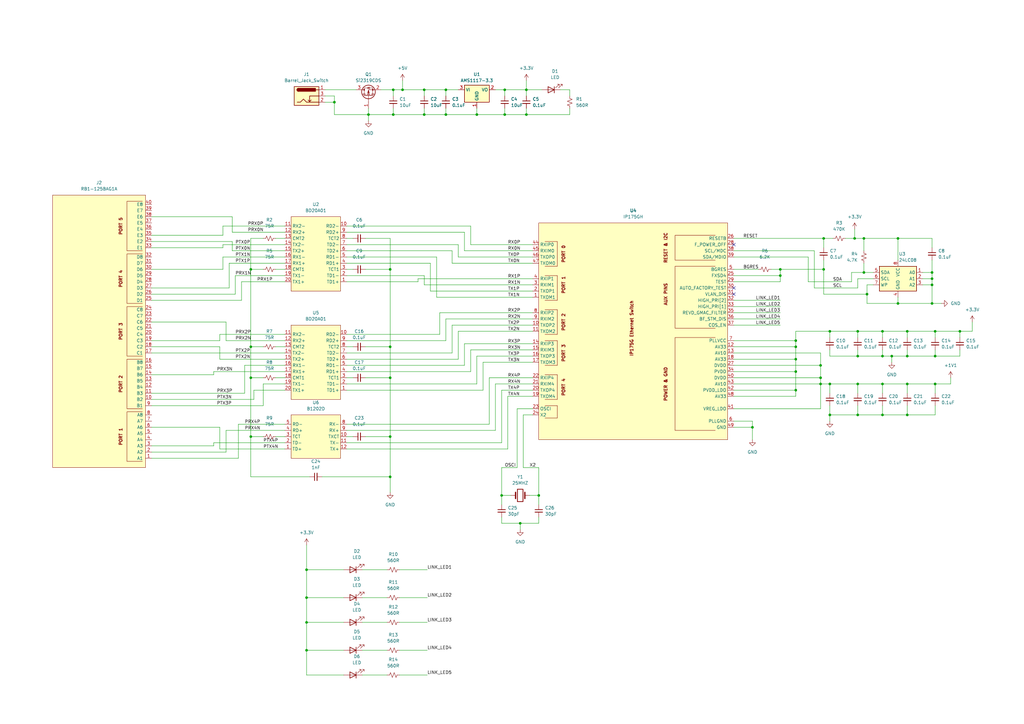
<source format=kicad_sch>
(kicad_sch (version 20230121) (generator eeschema)
  (paper "A3")
  (title_block (title "Five Port Ethernet") (date "2023-10-17") (rev "V1.0") (company "DOTKATO"))
  (junction (at 351.79 146.05))
  (junction (at 165.1 36.83))
  (junction (at 182.88 36.83))
  (junction (at 151.13 46.99))
  (junction (at 368.3 97.79))
  (junction (at 320.04 113.03))
  (junction (at 207.01 36.83))
  (junction (at 102.87 154.94))
  (junction (at 336.55 157.48))
  (junction (at 383.54 157.48))
  (junction (at 161.29 46.99))
  (junction (at 160.02 110.49))
  (junction (at 393.7 135.89))
  (junction (at 361.95 135.89))
  (junction (at 205.74 203.2))
  (junction (at 372.11 146.05))
  (junction (at 372.11 135.89))
  (junction (at 382.27 116.84))
  (junction (at 173.99 46.99))
  (junction (at 326.39 139.7))
  (junction (at 351.79 135.89))
  (junction (at 195.58 46.99))
  (junction (at 160.02 179.07))
  (junction (at 382.27 114.3))
  (junction (at 372.11 170.18))
  (junction (at 215.9 46.99))
  (junction (at 383.54 135.89))
  (junction (at 337.82 97.79))
  (junction (at 220.98 203.2))
  (junction (at 351.79 157.48))
  (junction (at 361.95 146.05))
  (junction (at 160.02 142.24))
  (junction (at 213.36 214.63))
  (junction (at 365.76 146.05))
  (junction (at 102.87 142.24))
  (junction (at 354.33 97.79))
  (junction (at 125.73 245.11))
  (junction (at 340.36 170.18))
  (junction (at 160.02 195.58))
  (junction (at 372.11 157.48))
  (junction (at 161.29 36.83))
  (junction (at 355.6 120.65))
  (junction (at 125.73 233.68))
  (junction (at 326.39 160.02))
  (junction (at 125.73 266.7))
  (junction (at 215.9 36.83))
  (junction (at 320.04 110.49))
  (junction (at 382.27 111.76))
  (junction (at 361.95 170.18))
  (junction (at 102.87 110.49))
  (junction (at 102.87 179.07))
  (junction (at 382.27 124.46))
  (junction (at 368.3 124.46))
  (junction (at 326.39 142.24))
  (junction (at 350.52 97.79))
  (junction (at 336.55 149.86))
  (junction (at 340.36 135.89))
  (junction (at 337.82 110.49))
  (junction (at 207.01 46.99))
  (junction (at 326.39 147.32))
  (junction (at 182.88 46.99))
  (junction (at 160.02 154.94))
  (junction (at 351.79 170.18))
  (junction (at 354.33 111.76))
  (junction (at 308.61 175.26))
  (junction (at 383.54 146.05))
  (junction (at 137.16 41.91))
  (junction (at 340.36 157.48))
  (junction (at 361.95 157.48))
  (junction (at 173.99 36.83))
  (junction (at 125.73 255.27))
  (junction (at 326.39 152.4))
  (junction (at 336.55 154.94))
  (no_connect (at 300.99 120.65))
  (no_connect (at 300.99 100.33))
  (no_connect (at 300.99 118.11))
  (wire (pts (xy 95.25 102.87) (xy 116.84 102.87)))
  (wire (pts (xy 149.86 97.79) (xy 160.02 97.79)))
  (wire (pts (xy 116.84 149.86) (xy 100.33 149.86)))
  (wire (pts (xy 163.83 255.27) (xy 175.26 255.27)))
  (wire (pts (xy 382.27 124.46) (xy 386.08 124.46)))
  (wire (pts (xy 116.84 115.57) (xy 99.06 115.57)))
  (wire (pts (xy 62.23 120.65) (xy 96.52 120.65)))
  (wire (pts (xy 205.74 160.02) (xy 218.44 160.02)))
  (wire (pts (xy 368.3 106.68) (xy 368.3 97.79)))
  (wire (pts (xy 355.6 120.65) (xy 355.6 124.46)))
  (wire (pts (xy 125.73 255.27) (xy 125.73 266.7)))
  (wire (pts (xy 148.59 245.11) (xy 158.75 245.11)))
  (wire (pts (xy 102.87 142.24) (xy 102.87 154.94)))
  (wire (pts (xy 205.74 214.63) (xy 213.36 214.63)))
  (wire (pts (xy 383.54 157.48) (xy 389.89 157.48)))
  (wire (pts (xy 393.7 135.89) (xy 393.7 138.43)))
  (wire (pts (xy 165.1 33.02) (xy 165.1 36.83)))
  (wire (pts (xy 149.86 142.24) (xy 160.02 142.24)))
  (wire (pts (xy 171.45 114.3) (xy 171.45 115.57)))
  (wire (pts (xy 334.01 118.11) (xy 334.01 102.87)))
  (wire (pts (xy 368.3 124.46) (xy 382.27 124.46)))
  (wire (pts (xy 340.36 135.89) (xy 351.79 135.89)))
  (wire (pts (xy 215.9 36.83) (xy 215.9 39.37)))
  (wire (pts (xy 389.89 154.94) (xy 389.89 157.48)))
  (wire (pts (xy 62.23 88.9) (xy 95.25 88.9)))
  (wire (pts (xy 207.01 36.83) (xy 207.01 39.37)))
  (wire (pts (xy 125.73 266.7) (xy 125.73 276.86)))
  (wire (pts (xy 218.44 170.18) (xy 214.63 170.18)))
  (wire (pts (xy 207.01 44.45) (xy 207.01 46.99)))
  (wire (pts (xy 142.24 179.07) (xy 144.78 179.07)))
  (wire (pts (xy 372.11 135.89) (xy 383.54 135.89)))
  (wire (pts (xy 365.76 146.05) (xy 361.95 146.05)))
  (wire (pts (xy 125.73 223.52) (xy 125.73 233.68)))
  (wire (pts (xy 340.36 146.05) (xy 340.36 143.51)))
  (wire (pts (xy 382.27 97.79) (xy 368.3 97.79)))
  (wire (pts (xy 62.23 144.78) (xy 116.84 144.78)))
  (wire (pts (xy 300.99 130.81) (xy 320.04 130.81)))
  (wire (pts (xy 95.25 99.06) (xy 95.25 102.87)))
  (wire (pts (xy 326.39 160.02) (xy 326.39 162.56)))
  (wire (pts (xy 218.44 135.89) (xy 187.96 135.89)))
  (wire (pts (xy 116.84 92.71) (xy 91.44 92.71)))
  (wire (pts (xy 300.99 113.03) (xy 320.04 113.03)))
  (wire (pts (xy 156.21 36.83) (xy 161.29 36.83)))
  (wire (pts (xy 351.79 157.48) (xy 361.95 157.48)))
  (wire (pts (xy 102.87 154.94) (xy 102.87 179.07)))
  (wire (pts (xy 125.73 266.7) (xy 140.97 266.7)))
  (wire (pts (xy 62.23 118.11) (xy 93.98 118.11)))
  (wire (pts (xy 220.98 191.77) (xy 220.98 203.2)))
  (wire (pts (xy 187.96 135.89) (xy 187.96 147.32)))
  (wire (pts (xy 125.73 276.86) (xy 140.97 276.86)))
  (wire (pts (xy 383.54 157.48) (xy 383.54 161.29)))
  (wire (pts (xy 326.39 139.7) (xy 326.39 142.24)))
  (wire (pts (xy 372.11 166.37) (xy 372.11 170.18)))
  (wire (pts (xy 99.06 115.57) (xy 99.06 123.19)))
  (wire (pts (xy 165.1 36.83) (xy 161.29 36.83)))
  (wire (pts (xy 182.88 139.7) (xy 142.24 139.7)))
  (wire (pts (xy 351.79 135.89) (xy 361.95 135.89)))
  (wire (pts (xy 107.95 157.48) (xy 107.95 166.37)))
  (wire (pts (xy 358.14 114.3) (xy 351.79 114.3)))
  (wire (pts (xy 113.03 97.79) (xy 116.84 97.79)))
  (wire (pts (xy 382.27 97.79) (xy 382.27 101.6)))
  (wire (pts (xy 185.42 144.78) (xy 142.24 144.78)))
  (wire (pts (xy 190.5 149.86) (xy 142.24 149.86)))
  (wire (pts (xy 90.17 137.16) (xy 90.17 139.7)))
  (wire (pts (xy 351.79 135.89) (xy 351.79 138.43)))
  (wire (pts (xy 116.84 107.95) (xy 93.98 107.95)))
  (wire (pts (xy 308.61 172.72) (xy 308.61 175.26)))
  (wire (pts (xy 218.44 167.64) (xy 212.09 167.64)))
  (wire (pts (xy 149.86 179.07) (xy 160.02 179.07)))
  (wire (pts (xy 355.6 116.84) (xy 355.6 120.65)))
  (wire (pts (xy 160.02 179.07) (xy 160.02 195.58)))
  (wire (pts (xy 182.88 46.99) (xy 173.99 46.99)))
  (wire (pts (xy 382.27 106.68) (xy 382.27 111.76)))
  (wire (pts (xy 137.16 46.99) (xy 151.13 46.99)))
  (wire (pts (xy 185.42 102.87) (xy 142.24 102.87)))
  (wire (pts (xy 187.96 105.41) (xy 187.96 100.33)))
  (wire (pts (xy 97.79 187.96) (xy 62.23 187.96)))
  (wire (pts (xy 316.23 110.49) (xy 320.04 110.49)))
  (wire (pts (xy 218.44 100.33) (xy 193.04 100.33)))
  (wire (pts (xy 116.84 184.15) (xy 90.17 184.15)))
  (wire (pts (xy 97.79 173.99) (xy 97.79 187.96)))
  (wire (pts (xy 358.14 111.76) (xy 354.33 111.76)))
  (wire (pts (xy 340.36 170.18) (xy 340.36 166.37)))
  (wire (pts (xy 351.79 118.11) (xy 334.01 118.11)))
  (wire (pts (xy 133.35 39.37) (xy 137.16 39.37)))
  (wire (pts (xy 90.17 142.24) (xy 62.23 142.24)))
  (wire (pts (xy 62.23 101.6) (xy 91.44 101.6)))
  (wire (pts (xy 215.9 46.99) (xy 207.01 46.99)))
  (wire (pts (xy 208.28 184.15) (xy 142.24 184.15)))
  (wire (pts (xy 220.98 214.63) (xy 220.98 212.09)))
  (wire (pts (xy 346.71 97.79) (xy 350.52 97.79)))
  (wire (pts (xy 148.59 266.7) (xy 158.75 266.7)))
  (wire (pts (xy 340.36 157.48) (xy 340.36 161.29)))
  (wire (pts (xy 300.99 152.4) (xy 326.39 152.4)))
  (wire (pts (xy 351.79 146.05) (xy 340.36 146.05)))
  (wire (pts (xy 137.16 39.37) (xy 137.16 41.91)))
  (wire (pts (xy 133.35 36.83) (xy 146.05 36.83)))
  (wire (pts (xy 233.68 46.99) (xy 215.9 46.99)))
  (wire (pts (xy 180.34 128.27) (xy 180.34 137.16)))
  (wire (pts (xy 336.55 157.48) (xy 336.55 154.94)))
  (wire (pts (xy 102.87 179.07) (xy 107.95 179.07)))
  (wire (pts (xy 151.13 46.99) (xy 151.13 44.45)))
  (wire (pts (xy 215.9 44.45) (xy 215.9 46.99)))
  (wire (pts (xy 173.99 46.99) (xy 161.29 46.99)))
  (wire (pts (xy 383.54 166.37) (xy 383.54 170.18)))
  (wire (pts (xy 218.44 140.97) (xy 190.5 140.97)))
  (wire (pts (xy 62.23 99.06) (xy 95.25 99.06)))
  (wire (pts (xy 205.74 181.61) (xy 205.74 160.02)))
  (wire (pts (xy 116.84 157.48) (xy 107.95 157.48)))
  (wire (pts (xy 182.88 36.83) (xy 182.88 39.37)))
  (wire (pts (xy 198.12 148.59) (xy 218.44 148.59)))
  (wire (pts (xy 213.36 214.63) (xy 220.98 214.63)))
  (wire (pts (xy 137.16 41.91) (xy 137.16 46.99)))
  (wire (pts (xy 185.42 133.35) (xy 185.42 144.78)))
  (wire (pts (xy 215.9 33.02) (xy 215.9 36.83)))
  (wire (pts (xy 365.76 146.05) (xy 365.76 148.59)))
  (wire (pts (xy 116.84 95.25) (xy 95.25 95.25)))
  (wire (pts (xy 326.39 147.32) (xy 326.39 152.4)))
  (wire (pts (xy 102.87 110.49) (xy 102.87 142.24)))
  (wire (pts (xy 171.45 114.3) (xy 218.44 114.3)))
  (wire (pts (xy 208.28 162.56) (xy 208.28 184.15)))
  (wire (pts (xy 300.99 128.27) (xy 320.04 128.27)))
  (wire (pts (xy 91.44 96.52) (xy 62.23 96.52)))
  (wire (pts (xy 382.27 124.46) (xy 382.27 116.84)))
  (wire (pts (xy 217.17 203.2) (xy 220.98 203.2)))
  (wire (pts (xy 200.66 173.99) (xy 142.24 173.99)))
  (wire (pts (xy 215.9 36.83) (xy 222.25 36.83)))
  (wire (pts (xy 214.63 170.18) (xy 214.63 191.77)))
  (wire (pts (xy 173.99 113.03) (xy 142.24 113.03)))
  (wire (pts (xy 127 195.58) (xy 102.87 195.58)))
  (wire (pts (xy 361.95 170.18) (xy 351.79 170.18)))
  (wire (pts (xy 212.09 167.64) (xy 212.09 191.77)))
  (wire (pts (xy 125.73 255.27) (xy 140.97 255.27)))
  (wire (pts (xy 92.71 185.42) (xy 62.23 185.42)))
  (wire (pts (xy 160.02 97.79) (xy 160.02 110.49)))
  (wire (pts (xy 300.99 102.87) (xy 334.01 102.87)))
  (wire (pts (xy 300.99 160.02) (xy 326.39 160.02)))
  (wire (pts (xy 372.11 157.48) (xy 383.54 157.48)))
  (wire (pts (xy 92.71 176.53) (xy 92.71 185.42)))
  (wire (pts (xy 179.07 105.41) (xy 179.07 121.92)))
  (wire (pts (xy 193.04 92.71) (xy 142.24 92.71)))
  (wire (pts (xy 354.33 107.95) (xy 354.33 111.76)))
  (wire (pts (xy 331.47 115.57) (xy 331.47 105.41)))
  (wire (pts (xy 355.6 124.46) (xy 368.3 124.46)))
  (wire (pts (xy 104.14 163.83) (xy 62.23 163.83)))
  (wire (pts (xy 393.7 135.89) (xy 398.78 135.89)))
  (wire (pts (xy 182.88 36.83) (xy 187.96 36.83)))
  (wire (pts (xy 349.25 115.57) (xy 331.47 115.57)))
  (wire (pts (xy 233.68 44.45) (xy 233.68 46.99)))
  (wire (pts (xy 336.55 144.78) (xy 300.99 144.78)))
  (wire (pts (xy 193.04 143.51) (xy 193.04 152.4)))
  (wire (pts (xy 340.36 170.18) (xy 340.36 172.72)))
  (wire (pts (xy 102.87 195.58) (xy 102.87 179.07)))
  (wire (pts (xy 187.96 100.33) (xy 142.24 100.33)))
  (wire (pts (xy 93.98 107.95) (xy 93.98 118.11)))
  (wire (pts (xy 300.99 123.19) (xy 320.04 123.19)))
  (wire (pts (xy 207.01 36.83) (xy 215.9 36.83)))
  (wire (pts (xy 87.63 152.4) (xy 87.63 153.67)))
  (wire (pts (xy 163.83 245.11) (xy 175.26 245.11)))
  (wire (pts (xy 340.36 135.89) (xy 340.36 138.43)))
  (wire (pts (xy 383.54 135.89) (xy 393.7 135.89)))
  (wire (pts (xy 361.95 135.89) (xy 372.11 135.89)))
  (wire (pts (xy 100.33 149.86) (xy 100.33 161.29)))
  (wire (pts (xy 340.36 157.48) (xy 351.79 157.48)))
  (wire (pts (xy 116.84 113.03) (xy 96.52 113.03)))
  (wire (pts (xy 372.11 146.05) (xy 365.76 146.05)))
  (wire (pts (xy 218.44 128.27) (xy 180.34 128.27)))
  (wire (pts (xy 337.82 120.65) (xy 355.6 120.65)))
  (wire (pts (xy 142.24 160.02) (xy 198.12 160.02)))
  (wire (pts (xy 212.09 191.77) (xy 205.74 191.77)))
  (wire (pts (xy 193.04 152.4) (xy 142.24 152.4)))
  (wire (pts (xy 195.58 146.05) (xy 195.58 157.48)))
  (wire (pts (xy 351.79 170.18) (xy 340.36 170.18)))
  (wire (pts (xy 203.2 36.83) (xy 207.01 36.83)))
  (wire (pts (xy 176.53 119.38) (xy 218.44 119.38)))
  (wire (pts (xy 337.82 97.79) (xy 341.63 97.79)))
  (wire (pts (xy 218.44 154.94) (xy 200.66 154.94)))
  (wire (pts (xy 383.54 135.89) (xy 383.54 138.43)))
  (wire (pts (xy 300.99 97.79) (xy 337.82 97.79)))
  (wire (pts (xy 383.54 170.18) (xy 372.11 170.18)))
  (wire (pts (xy 350.52 97.79) (xy 350.52 93.98)))
  (wire (pts (xy 187.96 105.41) (xy 218.44 105.41)))
  (wire (pts (xy 116.84 100.33) (xy 91.44 100.33)))
  (wire (pts (xy 361.95 135.89) (xy 361.95 138.43)))
  (wire (pts (xy 361.95 143.51) (xy 361.95 146.05)))
  (wire (pts (xy 87.63 153.67) (xy 62.23 153.67)))
  (wire (pts (xy 205.74 207.01) (xy 205.74 203.2)))
  (wire (pts (xy 142.24 142.24) (xy 144.78 142.24)))
  (wire (pts (xy 336.55 167.64) (xy 336.55 157.48)))
  (wire (pts (xy 300.99 125.73) (xy 320.04 125.73)))
  (wire (pts (xy 176.53 107.95) (xy 142.24 107.95)))
  (wire (pts (xy 125.73 245.11) (xy 125.73 255.27)))
  (wire (pts (xy 91.44 92.71) (xy 91.44 96.52)))
  (wire (pts (xy 190.5 140.97) (xy 190.5 149.86)))
  (wire (pts (xy 173.99 36.83) (xy 173.99 39.37)))
  (wire (pts (xy 372.11 143.51) (xy 372.11 146.05)))
  (wire (pts (xy 300.99 110.49) (xy 311.15 110.49)))
  (wire (pts (xy 142.24 97.79) (xy 144.78 97.79)))
  (wire (pts (xy 107.95 97.79) (xy 102.87 97.79)))
  (wire (pts (xy 326.39 135.89) (xy 326.39 139.7)))
  (wire (pts (xy 142.24 115.57) (xy 171.45 115.57)))
  (wire (pts (xy 92.71 139.7) (xy 92.71 132.08)))
  (wire (pts (xy 163.83 266.7) (xy 175.26 266.7)))
  (wire (pts (xy 176.53 119.38) (xy 176.53 107.95)))
  (wire (pts (xy 326.39 142.24) (xy 326.39 147.32)))
  (wire (pts (xy 173.99 116.84) (xy 218.44 116.84)))
  (wire (pts (xy 91.44 105.41) (xy 91.44 110.49)))
  (wire (pts (xy 195.58 46.99) (xy 182.88 46.99)))
  (wire (pts (xy 320.04 110.49) (xy 337.82 110.49)))
  (wire (pts (xy 378.46 114.3) (xy 382.27 114.3)))
  (wire (pts (xy 151.13 46.99) (xy 151.13 49.53)))
  (wire (pts (xy 142.24 176.53) (xy 203.2 176.53)))
  (wire (pts (xy 116.84 105.41) (xy 91.44 105.41)))
  (wire (pts (xy 326.39 135.89) (xy 340.36 135.89)))
  (wire (pts (xy 148.59 276.86) (xy 158.75 276.86)))
  (wire (pts (xy 213.36 214.63) (xy 213.36 217.17)))
  (wire (pts (xy 179.07 121.92) (xy 218.44 121.92)))
  (wire (pts (xy 102.87 142.24) (xy 107.95 142.24)))
  (wire (pts (xy 116.84 147.32) (xy 90.17 147.32)))
  (wire (pts (xy 207.01 46.99) (xy 195.58 46.99)))
  (wire (pts (xy 351.79 157.48) (xy 351.79 161.29)))
  (wire (pts (xy 300.99 105.41) (xy 331.47 105.41)))
  (wire (pts (xy 102.87 154.94) (xy 107.95 154.94)))
  (wire (pts (xy 218.44 102.87) (xy 190.5 102.87)))
  (wire (pts (xy 182.88 130.81) (xy 182.88 139.7)))
  (wire (pts (xy 148.59 255.27) (xy 158.75 255.27)))
  (wire (pts (xy 300.99 142.24) (xy 326.39 142.24)))
  (wire (pts (xy 336.55 154.94) (xy 336.55 149.86)))
  (wire (pts (xy 193.04 100.33) (xy 193.04 92.71)))
  (wire (pts (xy 354.33 97.79) (xy 368.3 97.79)))
  (wire (pts (xy 87.63 181.61) (xy 87.63 182.88)))
  (wire (pts (xy 368.3 121.92) (xy 368.3 124.46)))
  (wire (pts (xy 218.44 162.56) (xy 208.28 162.56)))
  (wire (pts (xy 185.42 107.95) (xy 185.42 102.87)))
  (wire (pts (xy 142.24 181.61) (xy 205.74 181.61)))
  (wire (pts (xy 300.99 175.26) (xy 308.61 175.26)))
  (wire (pts (xy 125.73 245.11) (xy 140.97 245.11)))
  (wire (pts (xy 142.24 110.49) (xy 144.78 110.49)))
  (wire (pts (xy 148.59 233.68) (xy 158.75 233.68)))
  (wire (pts (xy 351.79 166.37) (xy 351.79 170.18)))
  (wire (pts (xy 90.17 137.16) (xy 116.84 137.16)))
  (wire (pts (xy 383.54 143.51) (xy 383.54 146.05)))
  (wire (pts (xy 142.24 105.41) (xy 179.07 105.41)))
  (wire (pts (xy 195.58 157.48) (xy 142.24 157.48)))
  (wire (pts (xy 90.17 139.7) (xy 62.23 139.7)))
  (wire (pts (xy 173.99 116.84) (xy 173.99 113.03)))
  (wire (pts (xy 233.68 36.83) (xy 233.68 39.37)))
  (wire (pts (xy 382.27 111.76) (xy 378.46 111.76)))
  (wire (pts (xy 142.24 154.94) (xy 144.78 154.94)))
  (wire (pts (xy 62.23 123.19) (xy 99.06 123.19)))
  (wire (pts (xy 361.95 166.37) (xy 361.95 170.18)))
  (wire (pts (xy 300.99 133.35) (xy 320.04 133.35)))
  (wire (pts (xy 102.87 97.79) (xy 102.87 110.49)))
  (wire (pts (xy 351.79 143.51) (xy 351.79 146.05)))
  (wire (pts (xy 113.03 179.07) (xy 116.84 179.07)))
  (wire (pts (xy 125.73 233.68) (xy 125.73 245.11)))
  (wire (pts (xy 92.71 139.7) (xy 116.84 139.7)))
  (wire (pts (xy 300.99 149.86) (xy 336.55 149.86)))
  (wire (pts (xy 92.71 132.08) (xy 62.23 132.08)))
  (wire (pts (xy 354.33 111.76) (xy 349.25 111.76)))
  (wire (pts (xy 218.44 146.05) (xy 195.58 146.05)))
  (wire (pts (xy 107.95 166.37) (xy 62.23 166.37)))
  (wire (pts (xy 382.27 114.3) (xy 382.27 111.76)))
  (wire (pts (xy 96.52 113.03) (xy 96.52 120.65)))
  (wire (pts (xy 90.17 184.15) (xy 90.17 175.26)))
  (wire (pts (xy 149.86 110.49) (xy 160.02 110.49)))
  (wire (pts (xy 300.99 139.7) (xy 326.39 139.7)))
  (wire (pts (xy 218.44 130.81) (xy 182.88 130.81)))
  (wire (pts (xy 62.23 110.49) (xy 91.44 110.49)))
  (wire (pts (xy 300.99 167.64) (xy 336.55 167.64)))
  (wire (pts (xy 161.29 36.83) (xy 161.29 39.37)))
  (wire (pts (xy 133.35 41.91) (xy 137.16 41.91)))
  (wire (pts (xy 190.5 95.25) (xy 142.24 95.25)))
  (wire (pts (xy 125.73 233.68) (xy 140.97 233.68)))
  (wire (pts (xy 218.44 133.35) (xy 185.42 133.35)))
  (wire (pts (xy 87.63 182.88) (xy 62.23 182.88)))
  (wire (pts (xy 326.39 162.56) (xy 300.99 162.56)))
  (wire (pts (xy 190.5 102.87) (xy 190.5 95.25)))
  (wire (pts (xy 187.96 147.32) (xy 142.24 147.32)))
  (wire (pts (xy 116.84 176.53) (xy 92.71 176.53)))
  (wire (pts (xy 113.03 154.94) (xy 116.84 154.94)))
  (wire (pts (xy 308.61 175.26) (xy 308.61 180.34)))
  (wire (pts (xy 100.33 161.29) (xy 62.23 161.29)))
  (wire (pts (xy 116.84 181.61) (xy 87.63 181.61)))
  (wire (pts (xy 160.02 142.24) (xy 160.02 154.94)))
  (wire (pts (xy 205.74 203.2) (xy 209.55 203.2)))
  (wire (pts (xy 361.95 146.05) (xy 351.79 146.05)))
  (wire (pts (xy 361.95 157.48) (xy 361.95 161.29)))
  (wire (pts (xy 378.46 116.84) (xy 382.27 116.84)))
  (wire (pts (xy 203.2 176.53) (xy 203.2 157.48)))
  (wire (pts (xy 95.25 95.25) (xy 95.25 88.9)))
  (wire (pts (xy 104.14 160.02) (xy 104.14 163.83)))
  (wire (pts (xy 163.83 276.86) (xy 175.26 276.86)))
  (wire (pts (xy 163.83 233.68) (xy 175.26 233.68)))
  (wire (pts (xy 160.02 154.94) (xy 160.02 179.07)))
  (wire (pts (xy 320.04 113.03) (xy 320.04 110.49)))
  (wire (pts (xy 382.27 116.84) (xy 382.27 114.3)))
  (wire (pts (xy 90.17 147.32) (xy 90.17 142.24)))
  (wire (pts (xy 198.12 160.02) (xy 198.12 148.59)))
  (wire (pts (xy 203.2 157.48) (xy 218.44 157.48)))
  (wire (pts (xy 205.74 212.09) (xy 205.74 214.63)))
  (wire (pts (xy 160.02 110.49) (xy 160.02 142.24)))
  (wire (pts (xy 161.29 46.99) (xy 151.13 46.99)))
  (wire (pts (xy 393.7 146.05) (xy 383.54 146.05)))
  (wire (pts (xy 326.39 152.4) (xy 326.39 160.02)))
  (wire (pts (xy 337.82 106.68) (xy 337.82 110.49)))
  (wire (pts (xy 372.11 170.18) (xy 361.95 170.18)))
  (wire (pts (xy 149.86 154.94) (xy 160.02 154.94)))
  (wire (pts (xy 116.84 152.4) (xy 87.63 152.4)))
  (wire (pts (xy 393.7 143.51) (xy 393.7 146.05)))
  (wire (pts (xy 300.99 154.94) (xy 336.55 154.94)))
  (wire (pts (xy 336.55 157.48) (xy 340.36 157.48)))
  (wire (pts (xy 349.25 111.76) (xy 349.25 115.57)))
  (wire (pts (xy 173.99 36.83) (xy 182.88 36.83)))
  (wire (pts (xy 229.87 36.83) (xy 233.68 36.83)))
  (wire (pts (xy 383.54 146.05) (xy 372.11 146.05)))
  (wire (pts (xy 102.87 110.49) (xy 107.95 110.49)))
  (wire (pts (xy 113.03 110.49) (xy 116.84 110.49)))
  (wire (pts (xy 160.02 195.58) (xy 160.02 201.93)))
  (wire (pts (xy 91.44 100.33) (xy 91.44 101.6)))
  (wire (pts (xy 218.44 143.51) (xy 193.04 143.51)))
  (wire (pts (xy 214.63 191.77) (xy 220.98 191.77)))
  (wire (pts (xy 336.55 149.86) (xy 336.55 144.78)))
  (wire (pts (xy 300.99 172.72) (xy 308.61 172.72)))
  (wire (pts (xy 320.04 115.57) (xy 320.04 113.03)))
  (wire (pts (xy 220.98 203.2) (xy 220.98 207.01)))
  (wire (pts (xy 90.17 175.26) (xy 62.23 175.26)))
  (wire (pts (xy 337.82 97.79) (xy 337.82 101.6)))
  (wire (pts (xy 372.11 135.89) (xy 372.11 138.43)))
  (wire (pts (xy 350.52 97.79) (xy 354.33 97.79)))
  (wire (pts (xy 116.84 173.99) (xy 97.79 173.99)))
  (wire (pts (xy 173.99 44.45) (xy 173.99 46.99)))
  (wire (pts (xy 200.66 154.94) (xy 200.66 173.99)))
  (wire (pts (xy 337.82 110.49) (xy 337.82 120.65)))
  (wire (pts (xy 132.08 195.58) (xy 160.02 195.58)))
  (wire (pts (xy 351.79 114.3) (xy 351.79 118.11)))
  (wire (pts (xy 358.14 116.84) (xy 355.6 116.84)))
  (wire (pts (xy 165.1 36.83) (xy 173.99 36.83)))
  (wire (pts (xy 182.88 44.45) (xy 182.88 46.99)))
  (wire (pts (xy 205.74 191.77) (xy 205.74 203.2)))
  (wire (pts (xy 116.84 160.02) (xy 104.14 160.02)))
  (wire (pts (xy 300.99 157.48) (xy 336.55 157.48)))
  (wire (pts (xy 180.34 137.16) (xy 142.24 137.16)))
  (wire (pts (xy 354.33 97.79) (xy 354.33 102.87)))
  (wire (pts (xy 398.78 135.89) (xy 398.78 132.08)))
  (wire (pts (xy 195.58 44.45) (xy 195.58 46.99)))
  (wire (pts (xy 161.29 44.45) (xy 161.29 46.99)))
  (wire (pts (xy 113.03 142.24) (xy 116.84 142.24)))
  (wire (pts (xy 300.99 147.32) (xy 326.39 147.32)))
  (wire (pts (xy 300.99 115.57) (xy 320.04 115.57)))
  (wire (pts (xy 361.95 157.48) (xy 372.11 157.48)))
  (wire (pts (xy 185.42 107.95) (xy 218.44 107.95)))
  (wire (pts (xy 372.11 157.48) (xy 372.11 161.29)))
  (label "TX4N" (at 208.28 162.56 0))
  (label "RX2P" (at 208.28 128.27 0))
  (label "PRX0N" (at 101.6 95.25 0))
  (label "SDA" (at 341.63 115.57 0))
  (label "LINK_LED1" (at 175.26 233.68 0))
  (label "PRX0P" (at 101.6 92.71 0))
  (label "RX3N" (at 208.28 143.51 0))
  (label "SCL" (at 341.63 118.11 0))
  (label "LINK_LED5" (at 175.26 276.86 0))
  (label "LINK_LED4" (at 175.26 266.7 0))
  (label "TX2N" (at 208.28 135.89 0))
  (label "LINK_LED1" (at 320.04 123.19 180))
  (label "PTX2P" (at 96.52 144.78 0))
  (label "RX4P" (at 208.28 154.94 0))
  (label "PTX3N" (at 88.9 163.83 0))
  (label "TX3N" (at 208.28 148.59 0))
  (label "PRX3P" (at 88.9 161.29 0))
  (label "RX4N" (at 208.28 157.48 0))
  (label "PRX4P" (at 100.33 173.99 0))
  (label "LINK_LED4" (at 320.04 130.81 180))
  (label "RX1N" (at 208.28 116.84 0))
  (label "PTX0N" (at 96.52 102.87 0))
  (label "LINK_LED2" (at 320.04 125.73 180))
  (label "PRX3N" (at 88.9 152.4 0))
  (label "PTX1N" (at 96.52 105.41 0))
  (label "LINK_LED3" (at 320.04 128.27 180))
  (label "PRX2N" (at 96.52 139.7 0))
  (label "LINK_LED2" (at 175.26 245.11 0))
  (label "TX4P" (at 208.28 160.02 0))
  (label "TX2P" (at 208.28 133.35 0))
  (label "PTX1P" (at 96.52 107.95 0))
  (label "PTX2N" (at 96.52 147.32 0))
  (label "TX3P" (at 208.28 146.05 0))
  (label "BGRES" (at 304.8 110.49 0))
  (label "PTX4N" (at 107.95 184.15 0))
  (label "RX2N" (at 208.28 130.81 0))
  (label "PTX4P" (at 107.95 181.61 0))
  (label "TX0N" (at 208.28 107.95 0))
  (label "TX1P" (at 208.28 119.38 0))
  (label "PTX0P" (at 96.52 100.33 0))
  (label "RX0N" (at 208.28 102.87 0))
  (label "RX3P" (at 208.28 140.97 0))
  (label "PRX4N" (at 100.33 176.53 0))
  (label "OSCI" (at 207.01 191.77 0))
  (label "TX0P" (at 208.28 105.41 0))
  (label "RX0P" (at 208.28 100.33 0))
  (label "RX1P" (at 208.28 114.3 0))
  (label "PRX1N" (at 96.52 113.03 0))
  (label "X2" (at 217.17 191.77 0))
  (label "TX1N" (at 208.28 121.92 0))
  (label "PRX1P" (at 105.41 115.57 0))
  (label "LINK_LED3" (at 175.26 255.27 0))
  (label "PTX3P" (at 88.9 166.37 0))
  (label "RESET" (at 304.8 97.79 0))
  (label "PRX2P" (at 96.52 137.16 0))
  (label "LINK_LED5" (at 320.04 133.35 180))
  (symbol (lib_id "Symbols:ETH_5-Port_RC01459") (at 43.18 135.89 180) (unit 1)
    (property "Reference" "J2" (at 40.64 74.93 0))
    (property "Value" "RB1-125BAG1A" (at 40.64 77.47 0))
    (property "Footprint" "Footprints:ETH_5-Port_RC01459" (effects hide))
  )
  (symbol (lib_id "Device:C_Small") (at 147.32 154.94 90) (unit 1)
    (property "Reference" "C17" (at 147.3263 148.59 90))
    (property "Value" "0.1uF" (at 147.3263 151.13 90))
    (property "Footprint" "Capacitor_SMD:C_0402_1005Metric" (effects hide))
  )
  (symbol (lib_id "Device:C_Small") (at 161.29 41.91 0) (unit 1)
    (property "Reference" "C1" (at 163.83 40.6463 0) (effects (justify left)))
    (property "Value" "10uF" (at 163.83 43.1863 0) (effects (justify left)))
    (property "Footprint" "Capacitor_SMD:C_0402_1005Metric" (effects hide))
  )
  (symbol (lib_id "Device:R_Small_US") (at 110.49 142.24 90) (unit 1)
    (property "Reference" "R7" (at 110.49 135.89 90))
    (property "Value" "75R" (at 110.49 138.43 90))
    (property "Footprint" "Resistor_SMD:R_0402_1005Metric" (effects hide))
  )
  (symbol (lib_id "Device:C_Small") (at 147.32 179.07 90) (unit 1)
    (property "Reference" "C23" (at 147.3263 171.45 90))
    (property "Value" "0.1uF" (at 147.3263 173.99 90))
    (property "Footprint" "Capacitor_SMD:C_0402_1005Metric" (effects hide))
  )
  (symbol (lib_id "Symbols:BD20A01") (at 129.54 105.41 180) (unit 1)
    (property "Reference" "U2" (at 129.54 83.82 0))
    (property "Value" "BD20A01" (at 129.54 86.36 0))
    (property "Footprint" "Footprints:BD20A01" (effects hide))
    (property "Datasheet" "https://datasheet.lcsc.com/lcsc/1811021926_TNK-BD20A01_C216373.pdf" (effects hide))
  )
  (symbol (lib_id "Device:C_Small") (at 361.95 140.97 0) (unit 1)
    (property "Reference" "C12" (at 364.49 139.7063 0) (effects (justify left)))
    (property "Value" "0.1uF" (at 364.49 142.2463 0) (effects (justify left)))
    (property "Footprint" "Capacitor_SMD:C_0402_1005Metric" (effects hide))
  )
  (symbol (lib_id "Connector:Barrel_Jack_Switch") (at 125.73 39.37 0) (unit 1)
    (property "Reference" "J1" (at 125.73 30.48 0))
    (property "Value" "Barrel_Jack_Switch" (at 125.73 33.02 0))
    (property "Footprint" "Connector_BarrelJack:BarrelJack_Wuerth_6941xx301002" (effects hide))
  )
  (symbol (lib_id "Symbols:BD20A01") (at 129.54 149.86 180) (unit 1)
    (property "Reference" "U5" (at 129.54 128.27 0))
    (property "Value" "BD20A01" (at 129.54 130.81 0))
    (property "Footprint" "Footprints:BD20A01" (effects hide))
    (property "Datasheet" "https://datasheet.lcsc.com/lcsc/1811021926_TNK-BD20A01_C216373.pdf" (effects hide))
  )
  (symbol (lib_id "Device:R_Small_US") (at 233.68 41.91 0) (unit 1)
    (property "Reference" "R1" (at 236.22 40.64 0) (effects (justify left)))
    (property "Value" "560R" (at 236.22 43.18 0) (effects (justify left)))
    (property "Footprint" "Resistor_SMD:R_0402_1005Metric" (effects hide))
  )
  (symbol (lib_id "power:GND") (at 213.36 217.17 0) (unit 1)
    (property "Reference" "#PWR012" (effects hide))
    (property "Value" "GND" (at 213.36 222.25 0))
  )
  (symbol (lib_id "Device:R_Small_US") (at 110.49 179.07 90) (unit 1)
    (property "Reference" "R9" (at 110.49 171.45 90))
    (property "Value" "75R" (at 110.49 173.99 90))
    (property "Footprint" "Resistor_SMD:R_0402_1005Metric" (effects hide))
  )
  (symbol (lib_id "Device:LED") (at 144.78 255.27 180) (unit 1)
    (property "Reference" "D4" (at 146.3675 247.65 0))
    (property "Value" "LED" (at 146.3675 250.19 0))
    (property "Footprint" "LED_SMD:LED_0603_1608Metric" (effects hide))
  )
  (symbol (lib_id "Device:C_Small") (at 382.27 104.14 0) (unit 1)
    (property "Reference" "C8" (at 384.81 102.8763 0) (effects (justify left)))
    (property "Value" "0.1uF" (at 384.81 105.4163 0) (effects (justify left)))
    (property "Footprint" "Capacitor_SMD:C_0402_1005Metric" (effects hide))
  )
  (symbol (lib_id "Symbols:B1202D") (at 129.54 179.07 0) (mirror x) (unit 1)
    (property "Reference" "U6" (at 129.54 165.1 0))
    (property "Value" "B1202D" (at 129.54 167.64 0))
    (property "Footprint" "Footprints:B1202D" (effects hide))
    (property "Datasheet" "https://datasheet.lcsc.com/lcsc/1912111437_CND-tek-B1202D_C408869.pdf" (effects hide))
  )
  (symbol (lib_id "Device:C_Small") (at 205.74 209.55 0) (unit 1)
    (property "Reference" "C25" (at 208.28 208.2863 0) (effects (justify left)))
    (property "Value" "30pF" (at 208.28 210.8263 0) (effects (justify left)))
    (property "Footprint" "Capacitor_SMD:C_0402_1005Metric" (effects hide))
  )
  (symbol (lib_id "power:+5V") (at 165.1 33.02 0) (unit 1)
    (property "Reference" "#PWR01" (effects hide))
    (property "Value" "+5V" (at 165.1 27.94 0))
  )
  (symbol (lib_id "power:GND") (at 151.13 49.53 0) (unit 1)
    (property "Reference" "#PWR03" (effects hide))
    (property "Value" "GND" (at 151.13 54.61 0))
  )
  (symbol (lib_id "Device:R_Small_US") (at 161.29 255.27 90) (unit 1)
    (property "Reference" "R12" (at 161.29 248.92 90))
    (property "Value" "560R" (at 161.29 251.46 90))
    (property "Footprint" "Resistor_SMD:R_0603_1608Metric" (effects hide))
  )
  (symbol (lib_id "Device:C_Small") (at 372.11 140.97 0) (unit 1)
    (property "Reference" "C13" (at 374.65 139.7063 0) (effects (justify left)))
    (property "Value" "0.1uF" (at 374.65 142.2463 0) (effects (justify left)))
    (property "Footprint" "Capacitor_SMD:C_0402_1005Metric" (effects hide))
  )
  (symbol (lib_id "Memory_EEPROM:24LC08") (at 368.3 114.3 0) (mirror y) (unit 1)
    (property "Reference" "U3" (at 368.6459 104.14 0) (effects (justify right)))
    (property "Value" "24LC08" (at 368.6459 106.68 0) (effects (justify right)))
    (property "Footprint" "Package_SO:SOIC-8_3.9x4.9mm_P1.27mm" (effects hide))
    (property "Datasheet" "http://ww1.microchip.com/downloads/en/DeviceDoc/21710J.pdf" (effects hide))
  )
  (symbol (lib_id "Device:R_Small_US") (at 161.29 245.11 90) (unit 1)
    (property "Reference" "R11" (at 161.29 238.76 90))
    (property "Value" "560R" (at 161.29 241.3 90))
    (property "Footprint" "Resistor_SMD:R_0603_1608Metric" (effects hide))
  )
  (symbol (lib_id "Device:C_Small") (at 351.79 140.97 0) (unit 1)
    (property "Reference" "C11" (at 354.33 139.7063 0) (effects (justify left)))
    (property "Value" "0.1uF" (at 354.33 142.2463 0) (effects (justify left)))
    (property "Footprint" "Capacitor_SMD:C_0402_1005Metric" (effects hide))
  )
  (symbol (lib_id "Device:LED") (at 144.78 276.86 180) (unit 1)
    (property "Reference" "D6" (at 146.3675 269.24 0))
    (property "Value" "LED" (at 146.3675 271.78 0))
    (property "Footprint" "LED_SMD:LED_0603_1608Metric" (effects hide))
  )
  (symbol (lib_id "Device:C_Small") (at 393.7 140.97 0) (unit 1)
    (property "Reference" "C15" (at 396.24 139.7063 0) (effects (justify left)))
    (property "Value" "0.1uF" (at 396.24 142.2463 0) (effects (justify left)))
    (property "Footprint" "Capacitor_SMD:C_0402_1005Metric" (effects hide))
  )
  (symbol (lib_id "Device:C_Small") (at 383.54 163.83 0) (unit 1)
    (property "Reference" "C22" (at 386.08 162.5663 0) (effects (justify left)))
    (property "Value" "0.1uF" (at 386.08 165.1063 0) (effects (justify left)))
    (property "Footprint" "Capacitor_SMD:C_0402_1005Metric" (effects hide))
  )
  (symbol (lib_id "Symbols:IP175GH") (at 261.62 137.16 0) (unit 1)
    (property "Reference" "U4" (at 259.715 86.36 0) (effects (font bold)))
    (property "Value" "IP175GH" (at 259.715 88.9 0))
    (property "Footprint" "Footprints:IP175GX" (effects hide))
    (property "Datasheet" "https://datasheet.lcsc.com/lcsc/2008201637_IC-Plus-IP175GHI_C703539.pdf" (effects hide))
    (property "Sim.Enable" "0" (effects hide))
  )
  (symbol (lib_id "Device:R_Small_US") (at 344.17 97.79 90) (unit 1)
    (property "Reference" "R3" (at 344.17 91.44 90))
    (property "Value" "470K" (at 344.17 93.98 90))
    (property "Footprint" "Resistor_SMD:R_0402_1005Metric" (effects hide))
  )
  (symbol (lib_id "Device:C_Small") (at 220.98 209.55 0) (unit 1)
    (property "Reference" "C26" (at 223.52 208.2863 0) (effects (justify left)))
    (property "Value" "30pF" (at 223.52 210.8263 0) (effects (justify left)))
    (property "Footprint" "Capacitor_SMD:C_0402_1005Metric" (effects hide))
  )
  (symbol (lib_id "Device:R_Small_US") (at 110.49 110.49 90) (unit 1)
    (property "Reference" "R5" (at 110.49 102.87 90))
    (property "Value" "75R" (at 110.49 105.41 90))
    (property "Footprint" "Resistor_SMD:R_0402_1005Metric" (effects hide))
  )
  (symbol (lib_id "Device:C_Small") (at 340.36 163.83 0) (unit 1)
    (property "Reference" "C18" (at 342.9 162.5663 0) (effects (justify left)))
    (property "Value" "0.1uF" (at 342.9 165.1063 0) (effects (justify left)))
    (property "Footprint" "Capacitor_SMD:C_0402_1005Metric" (effects hide))
  )
  (symbol (lib_id "power:GND") (at 340.36 172.72 0) (unit 1)
    (property "Reference" "#PWR09" (effects hide))
    (property "Value" "GND" (at 340.36 177.8 0))
  )
  (symbol (lib_id "Device:R_Small_US") (at 161.29 266.7 90) (unit 1)
    (property "Reference" "R13" (at 161.29 260.35 90))
    (property "Value" "560R" (at 161.29 262.89 90))
    (property "Footprint" "Resistor_SMD:R_0603_1608Metric" (effects hide))
  )
  (symbol (lib_id "power:+3.3V") (at 215.9 33.02 0) (unit 1)
    (property "Reference" "#PWR02" (effects hide))
    (property "Value" "+3.3V" (at 215.9 27.94 0))
  )
  (symbol (lib_id "Device:C_Small") (at 182.88 41.91 0) (unit 1)
    (property "Reference" "C3" (at 185.42 40.6463 0) (effects (justify left)))
    (property "Value" "0.1uF" (at 185.42 43.1863 0) (effects (justify left)))
    (property "Footprint" "Capacitor_SMD:C_0402_1005Metric" (effects hide))
  )
  (symbol (lib_id "power:+3.3V") (at 125.73 223.52 0) (unit 1)
    (property "Reference" "#PWR013" (effects hide))
    (property "Value" "+3.3V" (at 125.73 218.44 0))
  )
  (symbol (lib_id "Device:R_Small_US") (at 110.49 154.94 90) (unit 1)
    (property "Reference" "R8" (at 110.49 148.59 90))
    (property "Value" "75R" (at 110.49 151.13 90))
    (property "Footprint" "Resistor_SMD:R_0402_1005Metric" (effects hide))
  )
  (symbol (lib_id "Transistor_FET:Si2319CDS") (at 151.13 39.37 90) (unit 1)
    (property "Reference" "Q1" (at 151.13 30.48 90))
    (property "Value" "Si2319CDS" (at 151.13 33.02 90))
    (property "Footprint" "Package_TO_SOT_SMD:SOT-23" (effects hide))
    (property "Datasheet" "http://www.vishay.com/docs/66709/si2319cd.pdf" (effects hide))
  )
  (symbol (lib_id "Device:R_Small_US") (at 161.29 276.86 90) (unit 1)
    (property "Reference" "R14" (at 161.29 270.51 90))
    (property "Value" "560R" (at 161.29 273.05 90))
    (property "Footprint" "Resistor_SMD:R_0603_1608Metric" (effects hide))
  )
  (symbol (lib_id "Device:Crystal") (at 213.36 203.2 0) (unit 1)
    (property "Reference" "Y1" (at 213.36 195.58 0))
    (property "Value" "25MHZ" (at 213.36 198.12 0))
    (property "Footprint" "Crystal:Crystal_HC49-4H_Vertical" (effects hide))
  )
  (symbol (lib_id "Device:C_Small") (at 337.82 104.14 0) (unit 1)
    (property "Reference" "C7" (at 340.36 102.8763 0) (effects (justify left)))
    (property "Value" "0.1uF" (at 340.36 105.4163 0) (effects (justify left)))
    (property "Footprint" "Capacitor_SMD:C_0402_1005Metric" (effects hide))
  )
  (symbol (lib_id "Device:LED") (at 226.06 36.83 180) (unit 1)
    (property "Reference" "D1" (at 227.6475 29.21 0))
    (property "Value" "LED" (at 227.6475 31.75 0))
    (property "Footprint" "LED_SMD:LED_0603_1608Metric" (effects hide))
  )
  (symbol (lib_id "power:GND") (at 386.08 124.46 90) (unit 1)
    (property "Reference" "#PWR05" (effects hide))
    (property "Value" "GND" (at 389.89 124.46 90) (effects (justify right)))
  )
  (symbol (lib_id "power:+3.3V") (at 398.78 132.08 0) (unit 1)
    (property "Reference" "#PWR06" (effects hide))
    (property "Value" "+3.3V" (at 398.78 127 0))
  )
  (symbol (lib_id "Device:C_Small") (at 207.01 41.91 0) (unit 1)
    (property "Reference" "C4" (at 209.55 40.6463 0) (effects (justify left)))
    (property "Value" "10uF" (at 209.55 43.1863 0) (effects (justify left)))
    (property "Footprint" "Capacitor_SMD:C_0603_1608Metric" (effects hide))
  )
  (symbol (lib_id "power:GND") (at 160.02 201.93 0) (unit 1)
    (property "Reference" "#PWR011" (effects hide))
    (property "Value" "GND" (at 160.02 207.01 0))
  )
  (symbol (lib_id "Device:C_Small") (at 147.32 110.49 90) (unit 1)
    (property "Reference" "C9" (at 147.3263 102.87 90))
    (property "Value" "0.1uF" (at 147.3263 105.41 90))
    (property "Footprint" "Capacitor_SMD:C_0402_1005Metric" (effects hide))
  )
  (symbol (lib_id "power:GND") (at 365.76 148.59 0) (unit 1)
    (property "Reference" "#PWR07" (effects hide))
    (property "Value" "GND" (at 365.76 153.67 0))
  )
  (symbol (lib_id "power:GND") (at 308.61 180.34 0) (unit 1)
    (property "Reference" "#PWR010" (effects hide))
    (property "Value" "GND" (at 308.61 185.42 0))
  )
  (symbol (lib_id "Device:R_Small_US") (at 110.49 97.79 90) (unit 1)
    (property "Reference" "R2" (at 110.49 90.17 90))
    (property "Value" "75R" (at 110.49 92.71 90))
    (property "Footprint" "Resistor_SMD:R_0402_1005Metric" (effects hide))
  )
  (symbol (lib_id "Device:C_Small") (at 147.32 97.79 90) (unit 1)
    (property "Reference" "C6" (at 147.3263 90.17 90))
    (property "Value" "0.1uF" (at 147.3263 92.71 90))
    (property "Footprint" "Capacitor_SMD:C_0402_1005Metric" (effects hide))
  )
  (symbol (lib_id "Device:C_Small") (at 173.99 41.91 0) (unit 1)
    (property "Reference" "C2" (at 176.53 40.6463 0) (effects (justify left)))
    (property "Value" "10uF" (at 176.53 43.1863 0) (effects (justify left)))
    (property "Footprint" "Capacitor_SMD:C_0402_1005Metric" (effects hide))
  )
  (symbol (lib_id "Device:C_Small") (at 372.11 163.83 0) (unit 1)
    (property "Reference" "C21" (at 374.65 162.5663 0) (effects (justify left)))
    (property "Value" "0.1uF" (at 374.65 165.1063 0) (effects (justify left)))
    (property "Footprint" "Capacitor_SMD:C_0402_1005Metric" (effects hide))
  )
  (symbol (lib_id "Device:R_Small_US") (at 161.29 233.68 90) (unit 1)
    (property "Reference" "R10" (at 161.29 227.33 90))
    (property "Value" "560R" (at 161.29 229.87 90))
    (property "Footprint" "Resistor_SMD:R_0603_1608Metric" (effects hide))
  )
  (symbol (lib_id "Device:C_Small") (at 129.54 195.58 90) (unit 1)
    (property "Reference" "C24" (at 129.5463 189.23 90))
    (property "Value" "1nF" (at 129.5463 191.77 90))
    (property "Footprint" "Capacitor_SMD:C_1206_3216Metric" (effects hide))
  )
  (symbol (lib_id "Device:C_Small") (at 383.54 140.97 0) (unit 1)
    (property "Reference" "C14" (at 386.08 139.7063 0) (effects (justify left)))
    (property "Value" "0.1uF" (at 386.08 142.2463 0) (effects (justify left)))
    (property "Footprint" "Capacitor_SMD:C_0402_1005Metric" (effects hide))
  )
  (symbol (lib_id "Regulator_Linear:AMS1117-3.3") (at 195.58 36.83 0) (unit 1)
    (property "Reference" "U1" (at 195.58 30.48 0))
    (property "Value" "AMS1117-3.3" (at 195.58 33.02 0))
    (property "Footprint" "Package_TO_SOT_SMD:SOT-223-3_TabPin2" (effects hide))
    (property "Datasheet" "http://www.advanced-monolithic.com/pdf/ds1117.pdf" (effects hide))
  )
  (symbol (lib_id "Device:R_Small_US") (at 313.69 110.49 90) (unit 1)
    (property "Reference" "R6" (at 313.69 102.87 90))
    (property "Value" "6.2K" (at 313.69 105.41 90))
    (property "Footprint" "Resistor_SMD:R_0402_1005Metric" (effects hide))
  )
  (symbol (lib_id "Device:C_Small") (at 351.79 163.83 0) (unit 1)
    (property "Reference" "C19" (at 354.33 162.5663 0) (effects (justify left)))
    (property "Value" "0.1uF" (at 354.33 165.1063 0) (effects (justify left)))
    (property "Footprint" "Capacitor_SMD:C_0402_1005Metric" (effects hide))
  )
  (symbol (lib_id "Device:C_Small") (at 215.9 41.91 0) (unit 1)
    (property "Reference" "C5" (at 218.44 40.6463 0) (effects (justify left)))
    (property "Value" "0.1uF" (at 218.44 43.1863 0) (effects (justify left)))
    (property "Footprint" "Capacitor_SMD:C_0402_1005Metric" (effects hide))
  )
  (symbol (lib_id "Device:R_Small_US") (at 354.33 105.41 180) (unit 1)
    (property "Reference" "R4" (at 351.79 104.14 0) (effects (justify left)))
    (property "Value" "4.7K" (at 351.79 106.68 0) (effects (justify left)))
    (property "Footprint" "Resistor_SMD:R_0402_1005Metric" (effects hide))
  )
  (symbol (lib_id "power:+3.3V") (at 350.52 93.98 0) (unit 1)
    (property "Reference" "#PWR04" (effects hide))
    (property "Value" "+3.3V" (at 350.52 88.9 0))
  )
  (symbol (lib_id "Device:C_Small") (at 340.36 140.97 0) (unit 1)
    (property "Reference" "C10" (at 342.9 139.7063 0) (effects (justify left)))
    (property "Value" "0.1uF" (at 342.9 142.2463 0) (effects (justify left)))
    (property "Footprint" "Capacitor_SMD:C_0402_1005Metric" (effects hide))
  )
  (symbol (lib_id "Device:LED") (at 144.78 233.68 180) (unit 1)
    (property "Reference" "D2" (at 146.3675 226.06 0))
    (property "Value" "LED" (at 146.3675 228.6 0))
    (property "Footprint" "LED_SMD:LED_0603_1608Metric" (effects hide))
  )
  (symbol (lib_id "Device:LED") (at 144.78 266.7 180) (unit 1)
    (property "Reference" "D5" (at 146.3675 259.08 0))
    (property "Value" "LED" (at 146.3675 261.62 0))
    (property "Footprint" "LED_SMD:LED_0603_1608Metric" (effects hide))
  )
  (symbol (lib_id "power:+1V1") (at 389.89 154.94 0) (unit 1)
    (property "Reference" "#PWR08" (effects hide))
    (property "Value" "+1V1" (at 389.89 149.86 0))
  )
  (symbol (lib_id "Device:C_Small") (at 147.32 142.24 90) (unit 1)
    (property "Reference" "C16" (at 147.3263 135.89 90))
    (property "Value" "0.1uF" (at 147.3263 138.43 90))
    (property "Footprint" "Capacitor_SMD:C_0402_1005Metric" (effects hide))
  )
  (symbol (lib_id "Device:LED") (at 144.78 245.11 180) (unit 1)
    (property "Reference" "D3" (at 146.3675 237.49 0))
    (property "Value" "LED" (at 146.3675 240.03 0))
    (property "Footprint" "LED_SMD:LED_0603_1608Metric" (effects hide))
  )
  (symbol (lib_id "Device:C_Small") (at 361.95 163.83 0) (unit 1)
    (property "Reference" "C20" (at 364.49 162.5663 0) (effects (justify left)))
    (property "Value" "0.1uF" (at 364.49 165.1063 0) (effects (justify left)))
    (property "Footprint" "Capacitor_SMD:C_0402_1005Metric" (effects hide))
  )
)
</source>
